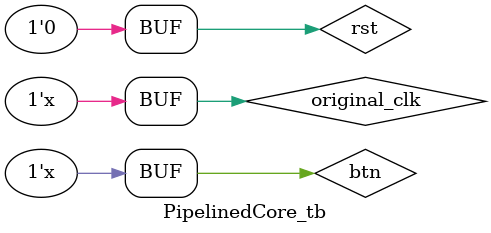
<source format=v>
module PipelinedCore_tb();

reg original_clk;
reg rst;
reg btn;
wire [7:0] leds;

PipelinedCore PPCTB(
    .original_clk(original_clk),
    .rst(rst),
`ifdef BUTTON
    .btn(btn),
`endif
    .leds(leds)
);

initial begin
    original_clk = 0;
    rst = 0;
    btn = 0;
    rst = 1;
    #180000 rst = 0;
end

always begin
    #1 original_clk = !original_clk;  
end

always begin
    #30500 btn = !btn;
end

endmodule
</source>
